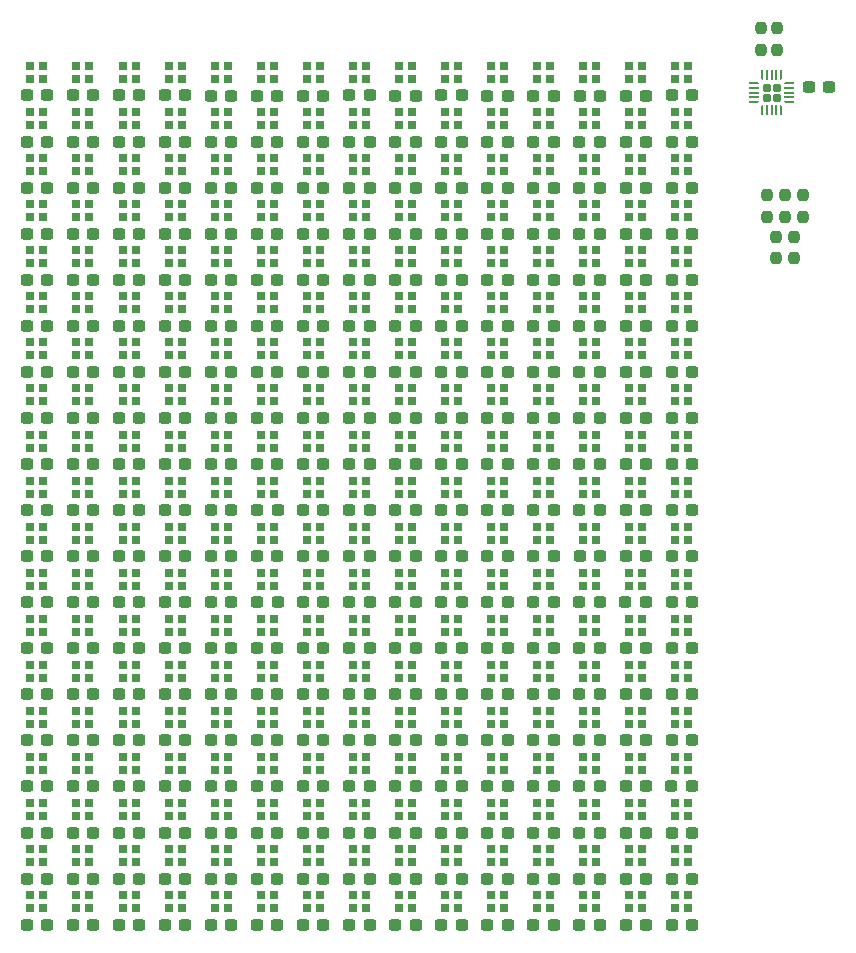
<source format=gbr>
%TF.GenerationSoftware,KiCad,Pcbnew,7.0.9*%
%TF.CreationDate,2023-12-19T13:26:28+01:00*%
%TF.ProjectId,flexAddressLedsV2,666c6578-4164-4647-9265-73734c656473,rev?*%
%TF.SameCoordinates,Original*%
%TF.FileFunction,Paste,Top*%
%TF.FilePolarity,Positive*%
%FSLAX46Y46*%
G04 Gerber Fmt 4.6, Leading zero omitted, Abs format (unit mm)*
G04 Created by KiCad (PCBNEW 7.0.9) date 2023-12-19 13:26:28*
%MOMM*%
%LPD*%
G01*
G04 APERTURE LIST*
G04 Aperture macros list*
%AMRoundRect*
0 Rectangle with rounded corners*
0 $1 Rounding radius*
0 $2 $3 $4 $5 $6 $7 $8 $9 X,Y pos of 4 corners*
0 Add a 4 corners polygon primitive as box body*
4,1,4,$2,$3,$4,$5,$6,$7,$8,$9,$2,$3,0*
0 Add four circle primitives for the rounded corners*
1,1,$1+$1,$2,$3*
1,1,$1+$1,$4,$5*
1,1,$1+$1,$6,$7*
1,1,$1+$1,$8,$9*
0 Add four rect primitives between the rounded corners*
20,1,$1+$1,$2,$3,$4,$5,0*
20,1,$1+$1,$4,$5,$6,$7,0*
20,1,$1+$1,$6,$7,$8,$9,0*
20,1,$1+$1,$8,$9,$2,$3,0*%
%AMFreePoly0*
4,1,14,0.334644,0.085355,0.385355,0.034644,0.400000,-0.000711,0.400000,-0.050000,0.385355,-0.085355,0.350000,-0.100000,-0.350000,-0.100000,-0.385355,-0.085355,-0.400000,-0.050000,-0.400000,0.050000,-0.385355,0.085355,-0.350000,0.100000,0.299289,0.100000,0.334644,0.085355,0.334644,0.085355,$1*%
%AMFreePoly1*
4,1,14,0.385355,0.085355,0.400000,0.050000,0.400000,0.000711,0.385355,-0.034644,0.334644,-0.085355,0.299289,-0.100000,-0.350000,-0.100000,-0.385355,-0.085355,-0.400000,-0.050000,-0.400000,0.050000,-0.385355,0.085355,-0.350000,0.100000,0.350000,0.100000,0.385355,0.085355,0.385355,0.085355,$1*%
%AMFreePoly2*
4,1,14,0.085355,0.385355,0.100000,0.350000,0.100000,-0.350000,0.085355,-0.385355,0.050000,-0.400000,-0.050000,-0.400000,-0.085355,-0.385355,-0.100000,-0.350000,-0.100000,0.299289,-0.085355,0.334644,-0.034644,0.385355,0.000711,0.400000,0.050000,0.400000,0.085355,0.385355,0.085355,0.385355,$1*%
%AMFreePoly3*
4,1,14,0.034644,0.385355,0.085355,0.334644,0.100000,0.299289,0.100000,-0.350000,0.085355,-0.385355,0.050000,-0.400000,-0.050000,-0.400000,-0.085355,-0.385355,-0.100000,-0.350000,-0.100000,0.350000,-0.085355,0.385355,-0.050000,0.400000,-0.000711,0.400000,0.034644,0.385355,0.034644,0.385355,$1*%
%AMFreePoly4*
4,1,14,0.385355,0.085355,0.400000,0.050000,0.400000,-0.050000,0.385355,-0.085355,0.350000,-0.100000,-0.299289,-0.100000,-0.334644,-0.085355,-0.385355,-0.034644,-0.400000,0.000711,-0.400000,0.050000,-0.385355,0.085355,-0.350000,0.100000,0.350000,0.100000,0.385355,0.085355,0.385355,0.085355,$1*%
%AMFreePoly5*
4,1,14,0.385355,0.085355,0.400000,0.050000,0.400000,-0.050000,0.385355,-0.085355,0.350000,-0.100000,-0.350000,-0.100000,-0.385355,-0.085355,-0.400000,-0.050000,-0.400000,-0.000711,-0.385355,0.034644,-0.334644,0.085355,-0.299289,0.100000,0.350000,0.100000,0.385355,0.085355,0.385355,0.085355,$1*%
%AMFreePoly6*
4,1,14,0.085355,0.385355,0.100000,0.350000,0.100000,-0.299289,0.085355,-0.334644,0.034644,-0.385355,-0.000711,-0.400000,-0.050000,-0.400000,-0.085355,-0.385355,-0.100000,-0.350000,-0.100000,0.350000,-0.085355,0.385355,-0.050000,0.400000,0.050000,0.400000,0.085355,0.385355,0.085355,0.385355,$1*%
%AMFreePoly7*
4,1,14,0.085355,0.385355,0.100000,0.350000,0.100000,-0.350000,0.085355,-0.385355,0.050000,-0.400000,0.000711,-0.400000,-0.034644,-0.385355,-0.085355,-0.334644,-0.100000,-0.299289,-0.100000,0.350000,-0.085355,0.385355,-0.050000,0.400000,0.050000,0.400000,0.085355,0.385355,0.085355,0.385355,$1*%
G04 Aperture macros list end*
%ADD10R,0.700000X0.700000*%
%ADD11RoundRect,0.237500X-0.300000X-0.237500X0.300000X-0.237500X0.300000X0.237500X-0.300000X0.237500X0*%
%ADD12RoundRect,0.237500X-0.237500X0.250000X-0.237500X-0.250000X0.237500X-0.250000X0.237500X0.250000X0*%
%ADD13RoundRect,0.237500X0.300000X0.237500X-0.300000X0.237500X-0.300000X-0.237500X0.300000X-0.237500X0*%
%ADD14RoundRect,0.237500X0.237500X-0.250000X0.237500X0.250000X-0.237500X0.250000X-0.237500X-0.250000X0*%
%ADD15RoundRect,0.172500X0.172500X-0.172500X0.172500X0.172500X-0.172500X0.172500X-0.172500X-0.172500X0*%
%ADD16FreePoly0,90.000000*%
%ADD17RoundRect,0.050000X0.050000X-0.350000X0.050000X0.350000X-0.050000X0.350000X-0.050000X-0.350000X0*%
%ADD18FreePoly1,90.000000*%
%ADD19FreePoly2,90.000000*%
%ADD20RoundRect,0.050000X0.350000X-0.050000X0.350000X0.050000X-0.350000X0.050000X-0.350000X-0.050000X0*%
%ADD21FreePoly3,90.000000*%
%ADD22FreePoly4,90.000000*%
%ADD23FreePoly5,90.000000*%
%ADD24FreePoly6,90.000000*%
%ADD25FreePoly7,90.000000*%
G04 APERTURE END LIST*
D10*
%TO.C,U261*%
X134825000Y-133350000D03*
X134825000Y-134450000D03*
X133725000Y-134450000D03*
X133725000Y-133350000D03*
%TD*%
D11*
%TO.C,C33*%
X121712500Y-77350000D03*
X123437500Y-77350000D03*
%TD*%
%TO.C,C166*%
X113912500Y-112450000D03*
X115637500Y-112450000D03*
%TD*%
D10*
%TO.C,U66*%
X134825000Y-82650000D03*
X134825000Y-83750000D03*
X133725000Y-83750000D03*
X133725000Y-82650000D03*
%TD*%
D11*
%TO.C,C115*%
X149012500Y-96850000D03*
X150737500Y-96850000D03*
%TD*%
D10*
%TO.C,U106*%
X115325000Y-94350000D03*
X115325000Y-95450000D03*
X114225000Y-95450000D03*
X114225000Y-94350000D03*
%TD*%
D11*
%TO.C,C210*%
X168512500Y-120250000D03*
X170237500Y-120250000D03*
%TD*%
D10*
%TO.C,U4*%
X127025000Y-67050000D03*
X127025000Y-68150000D03*
X125925000Y-68150000D03*
X125925000Y-67050000D03*
%TD*%
%TO.C,U84*%
X146525000Y-86550000D03*
X146525000Y-87650000D03*
X145425000Y-87650000D03*
X145425000Y-86550000D03*
%TD*%
D11*
%TO.C,C214*%
X125612500Y-124150000D03*
X127337500Y-124150000D03*
%TD*%
%TO.C,C207*%
X156812500Y-120250000D03*
X158537500Y-120250000D03*
%TD*%
D10*
%TO.C,U225*%
X169925000Y-121650000D03*
X169925000Y-122750000D03*
X168825000Y-122750000D03*
X168825000Y-121650000D03*
%TD*%
%TO.C,U156*%
X134825000Y-106050000D03*
X134825000Y-107150000D03*
X133725000Y-107150000D03*
X133725000Y-106050000D03*
%TD*%
%TO.C,U94*%
X127025000Y-90450000D03*
X127025000Y-91550000D03*
X125925000Y-91550000D03*
X125925000Y-90450000D03*
%TD*%
D11*
%TO.C,C96*%
X133412500Y-92950000D03*
X135137500Y-92950000D03*
%TD*%
%TO.C,C187*%
X137312500Y-116350000D03*
X139037500Y-116350000D03*
%TD*%
D10*
%TO.C,U71*%
X154325000Y-82650000D03*
X154325000Y-83750000D03*
X153225000Y-83750000D03*
X153225000Y-82650000D03*
%TD*%
%TO.C,U217*%
X138725000Y-121650000D03*
X138725000Y-122750000D03*
X137625000Y-122750000D03*
X137625000Y-121650000D03*
%TD*%
%TO.C,U83*%
X142625000Y-86550000D03*
X142625000Y-87650000D03*
X141525000Y-87650000D03*
X141525000Y-86550000D03*
%TD*%
%TO.C,U280*%
X150425000Y-137250000D03*
X150425000Y-138350000D03*
X149325000Y-138350000D03*
X149325000Y-137250000D03*
%TD*%
%TO.C,U206*%
X154325000Y-117750000D03*
X154325000Y-118850000D03*
X153225000Y-118850000D03*
X153225000Y-117750000D03*
%TD*%
D11*
%TO.C,C195*%
X168512500Y-116350000D03*
X170237500Y-116350000D03*
%TD*%
D10*
%TO.C,U197*%
X119225000Y-117750000D03*
X119225000Y-118850000D03*
X118125000Y-118850000D03*
X118125000Y-117750000D03*
%TD*%
D11*
%TO.C,C43*%
X160712500Y-77350000D03*
X162437500Y-77350000D03*
%TD*%
D10*
%TO.C,U269*%
X166024999Y-133350000D03*
X166024999Y-134450000D03*
X164924999Y-134450000D03*
X164924999Y-133350000D03*
%TD*%
D11*
%TO.C,C130*%
X149012500Y-100750000D03*
X150737500Y-100750000D03*
%TD*%
%TO.C,C159*%
X145112500Y-108550000D03*
X146837500Y-108550000D03*
%TD*%
D10*
%TO.C,U191*%
X154325000Y-113850000D03*
X154325000Y-114950000D03*
X153225000Y-114950000D03*
X153225000Y-113850000D03*
%TD*%
D11*
%TO.C,C53*%
X141212500Y-81250000D03*
X142937500Y-81250000D03*
%TD*%
D10*
%TO.C,U172*%
X138725000Y-109950000D03*
X138725000Y-111050000D03*
X137625000Y-111050000D03*
X137625000Y-109950000D03*
%TD*%
%TO.C,U29*%
X166025000Y-70950000D03*
X166025000Y-72050000D03*
X164925000Y-72050000D03*
X164925000Y-70950000D03*
%TD*%
D11*
%TO.C,C223*%
X160712500Y-124150000D03*
X162437500Y-124150000D03*
%TD*%
D10*
%TO.C,U258*%
X123125000Y-133350000D03*
X123125000Y-134450000D03*
X122025000Y-134450000D03*
X122025000Y-133350000D03*
%TD*%
%TO.C,U224*%
X166024999Y-121650000D03*
X166024999Y-122750000D03*
X164924999Y-122750000D03*
X164924999Y-121650000D03*
%TD*%
%TO.C,U227*%
X119225000Y-125550000D03*
X119225000Y-126650000D03*
X118125000Y-126650000D03*
X118125000Y-125550000D03*
%TD*%
%TO.C,U136*%
X115325000Y-102150000D03*
X115325000Y-103250000D03*
X114225000Y-103250000D03*
X114225000Y-102150000D03*
%TD*%
D11*
%TO.C,C38*%
X141212500Y-77350000D03*
X142937500Y-77350000D03*
%TD*%
D10*
%TO.C,U260*%
X130925000Y-133350000D03*
X130925000Y-134450000D03*
X129825000Y-134450000D03*
X129825000Y-133350000D03*
%TD*%
D11*
%TO.C,C55*%
X149012500Y-81250000D03*
X150737500Y-81250000D03*
%TD*%
D10*
%TO.C,U281*%
X154325000Y-137250000D03*
X154325000Y-138350000D03*
X153225000Y-138350000D03*
X153225000Y-137250000D03*
%TD*%
D11*
%TO.C,C144*%
X145112500Y-104650000D03*
X146837500Y-104650000D03*
%TD*%
%TO.C,C133*%
X160712500Y-100750000D03*
X162437500Y-100750000D03*
%TD*%
D10*
%TO.C,U21*%
X134825000Y-70950000D03*
X134825000Y-72050000D03*
X133725000Y-72050000D03*
X133725000Y-70950000D03*
%TD*%
%TO.C,U11*%
X154325000Y-67050000D03*
X154325000Y-68150000D03*
X153225000Y-68150000D03*
X153225000Y-67050000D03*
%TD*%
D11*
%TO.C,C54*%
X145112500Y-81250000D03*
X146837500Y-81250000D03*
%TD*%
D10*
%TO.C,U249*%
X146525000Y-129450000D03*
X146525000Y-130550000D03*
X145425000Y-130550000D03*
X145425000Y-129450000D03*
%TD*%
D11*
%TO.C,C32*%
X117812500Y-77350000D03*
X119537500Y-77350000D03*
%TD*%
%TO.C,C113*%
X141212500Y-96850000D03*
X142937500Y-96850000D03*
%TD*%
D10*
%TO.C,U44*%
X166025000Y-74850000D03*
X166025000Y-75950000D03*
X164925000Y-75950000D03*
X164925000Y-74850000D03*
%TD*%
D11*
%TO.C,C6*%
X133402500Y-69550000D03*
X135127500Y-69550000D03*
%TD*%
D10*
%TO.C,U192*%
X158225000Y-113850000D03*
X158225000Y-114950000D03*
X157125000Y-114950000D03*
X157125000Y-113850000D03*
%TD*%
D11*
%TO.C,C169*%
X125612500Y-112450000D03*
X127337500Y-112450000D03*
%TD*%
%TO.C,C225*%
X168512500Y-124150000D03*
X170237500Y-124150000D03*
%TD*%
%TO.C,C161*%
X152912500Y-108550000D03*
X154637500Y-108550000D03*
%TD*%
D10*
%TO.C,U268*%
X162125000Y-133350000D03*
X162125000Y-134450000D03*
X161025000Y-134450000D03*
X161025000Y-133350000D03*
%TD*%
D11*
%TO.C,C240*%
X168487500Y-128050000D03*
X170212500Y-128050000D03*
%TD*%
D10*
%TO.C,U117*%
X158225000Y-94350000D03*
X158225000Y-95450000D03*
X157125000Y-95450000D03*
X157125000Y-94350000D03*
%TD*%
%TO.C,U77*%
X119225000Y-86550000D03*
X119225000Y-87650000D03*
X118125000Y-87650000D03*
X118125000Y-86550000D03*
%TD*%
%TO.C,U179*%
X166024999Y-109950000D03*
X166024999Y-111050000D03*
X164924999Y-111050000D03*
X164924999Y-109950000D03*
%TD*%
%TO.C,U251*%
X154325000Y-129450000D03*
X154325000Y-130550000D03*
X153225000Y-130550000D03*
X153225000Y-129450000D03*
%TD*%
%TO.C,U143*%
X142625000Y-102150000D03*
X142625000Y-103250000D03*
X141525000Y-103250000D03*
X141525000Y-102150000D03*
%TD*%
D11*
%TO.C,C5*%
X129512500Y-69560000D03*
X131237500Y-69560000D03*
%TD*%
D10*
%TO.C,U47*%
X119225000Y-78750000D03*
X119225000Y-79850000D03*
X118125000Y-79850000D03*
X118125000Y-78750000D03*
%TD*%
%TO.C,U9*%
X146525000Y-67050000D03*
X146525000Y-68150000D03*
X145425000Y-68150000D03*
X145425000Y-67050000D03*
%TD*%
D11*
%TO.C,C216*%
X133412500Y-124150000D03*
X135137500Y-124150000D03*
%TD*%
D10*
%TO.C,U52*%
X138725000Y-78750000D03*
X138725000Y-79850000D03*
X137625000Y-79850000D03*
X137625000Y-78750000D03*
%TD*%
D11*
%TO.C,C269*%
X164612500Y-135850000D03*
X166337500Y-135850000D03*
%TD*%
D10*
%TO.C,U48*%
X123125000Y-78750000D03*
X123125000Y-79850000D03*
X122025000Y-79850000D03*
X122025000Y-78750000D03*
%TD*%
D11*
%TO.C,C24*%
X145112500Y-73450000D03*
X146837500Y-73450000D03*
%TD*%
%TO.C,C12*%
X156812500Y-69560000D03*
X158537500Y-69560000D03*
%TD*%
%TO.C,C188*%
X141212500Y-116350000D03*
X142937500Y-116350000D03*
%TD*%
%TO.C,C78*%
X121712500Y-89050000D03*
X123437500Y-89050000D03*
%TD*%
D10*
%TO.C,U12*%
X158225000Y-67050000D03*
X158225000Y-68150000D03*
X157125000Y-68150000D03*
X157125000Y-67050000D03*
%TD*%
D11*
%TO.C,C50*%
X129512500Y-81250000D03*
X131237500Y-81250000D03*
%TD*%
D10*
%TO.C,U270*%
X169925000Y-133350000D03*
X169925000Y-134450000D03*
X168825000Y-134450000D03*
X168825000Y-133350000D03*
%TD*%
D11*
%TO.C,C41*%
X152912500Y-77350000D03*
X154637500Y-77350000D03*
%TD*%
%TO.C,C260*%
X129512500Y-135850000D03*
X131237500Y-135850000D03*
%TD*%
%TO.C,C49*%
X125612500Y-81250000D03*
X127337500Y-81250000D03*
%TD*%
%TO.C,C128*%
X141212500Y-100750000D03*
X142937500Y-100750000D03*
%TD*%
D10*
%TO.C,U252*%
X158225000Y-129450000D03*
X158225000Y-130550000D03*
X157125000Y-130550000D03*
X157125000Y-129450000D03*
%TD*%
%TO.C,U187*%
X138725000Y-113850000D03*
X138725000Y-114950000D03*
X137625000Y-114950000D03*
X137625000Y-113850000D03*
%TD*%
D11*
%TO.C,C44*%
X164612500Y-77350000D03*
X166337500Y-77350000D03*
%TD*%
%TO.C,C99*%
X145112500Y-92950000D03*
X146837500Y-92950000D03*
%TD*%
%TO.C,C117*%
X156812500Y-96850000D03*
X158537500Y-96850000D03*
%TD*%
%TO.C,C56*%
X152912500Y-81250000D03*
X154637500Y-81250000D03*
%TD*%
D12*
%TO.C,R4*%
X177355000Y-81517500D03*
X177355000Y-83342500D03*
%TD*%
D11*
%TO.C,C237*%
X156812500Y-128050000D03*
X158537500Y-128050000D03*
%TD*%
D10*
%TO.C,U175*%
X150425000Y-109950000D03*
X150425000Y-111050000D03*
X149325000Y-111050000D03*
X149325000Y-109950000D03*
%TD*%
%TO.C,U234*%
X146525000Y-125550000D03*
X146525000Y-126650000D03*
X145425000Y-126650000D03*
X145425000Y-125550000D03*
%TD*%
%TO.C,U236*%
X154325000Y-125550000D03*
X154325000Y-126650000D03*
X153225000Y-126650000D03*
X153225000Y-125550000D03*
%TD*%
%TO.C,U14*%
X166025000Y-67050000D03*
X166025000Y-68150000D03*
X164925000Y-68150000D03*
X164925000Y-67050000D03*
%TD*%
%TO.C,U211*%
X115325000Y-121650000D03*
X115325000Y-122750000D03*
X114225000Y-122750000D03*
X114225000Y-121650000D03*
%TD*%
D11*
%TO.C,C165*%
X168512500Y-108550000D03*
X170237500Y-108550000D03*
%TD*%
%TO.C,C1*%
X113922500Y-69540000D03*
X115647500Y-69540000D03*
%TD*%
%TO.C,C114*%
X145112500Y-96850000D03*
X146837500Y-96850000D03*
%TD*%
%TO.C,C63*%
X121712500Y-85150000D03*
X123437500Y-85150000D03*
%TD*%
%TO.C,C180*%
X168512500Y-112450000D03*
X170237500Y-112450000D03*
%TD*%
D10*
%TO.C,U255*%
X169925000Y-129450000D03*
X169925000Y-130550000D03*
X168825000Y-130550000D03*
X168825000Y-129450000D03*
%TD*%
D11*
%TO.C,C221*%
X152912500Y-124150000D03*
X154637500Y-124150000D03*
%TD*%
D10*
%TO.C,U212*%
X119225000Y-121650000D03*
X119225000Y-122750000D03*
X118125000Y-122750000D03*
X118125000Y-121650000D03*
%TD*%
%TO.C,U5*%
X130925000Y-67050000D03*
X130925000Y-68150000D03*
X129825000Y-68150000D03*
X129825000Y-67050000D03*
%TD*%
%TO.C,U53*%
X142625000Y-78750000D03*
X142625000Y-79850000D03*
X141525000Y-79850000D03*
X141525000Y-78750000D03*
%TD*%
%TO.C,U144*%
X146525000Y-102150000D03*
X146525000Y-103250000D03*
X145425000Y-103250000D03*
X145425000Y-102150000D03*
%TD*%
%TO.C,U36*%
X134825000Y-74850000D03*
X134825000Y-75950000D03*
X133725000Y-75950000D03*
X133725000Y-74850000D03*
%TD*%
%TO.C,U129*%
X146525000Y-98250000D03*
X146525000Y-99350000D03*
X145425000Y-99350000D03*
X145425000Y-98250000D03*
%TD*%
%TO.C,U46*%
X115325000Y-78750000D03*
X115325000Y-79850000D03*
X114225000Y-79850000D03*
X114225000Y-78750000D03*
%TD*%
%TO.C,U216*%
X134825000Y-121650000D03*
X134825000Y-122750000D03*
X133725000Y-122750000D03*
X133725000Y-121650000D03*
%TD*%
D11*
%TO.C,C217*%
X137312500Y-124150000D03*
X139037500Y-124150000D03*
%TD*%
%TO.C,C57*%
X156812500Y-81250000D03*
X158537500Y-81250000D03*
%TD*%
D10*
%TO.C,U271*%
X115325000Y-137250000D03*
X115325000Y-138350000D03*
X114225000Y-138350000D03*
X114225000Y-137250000D03*
%TD*%
D11*
%TO.C,C88*%
X160712500Y-89050000D03*
X162437500Y-89050000D03*
%TD*%
%TO.C,C280*%
X149012500Y-139750000D03*
X150737500Y-139750000D03*
%TD*%
%TO.C,C17*%
X117812500Y-73450000D03*
X119537500Y-73450000D03*
%TD*%
D10*
%TO.C,U199*%
X127025000Y-117750000D03*
X127025000Y-118850000D03*
X125925000Y-118850000D03*
X125925000Y-117750000D03*
%TD*%
%TO.C,U121*%
X115325000Y-98250000D03*
X115325000Y-99350000D03*
X114225000Y-99350000D03*
X114225000Y-98250000D03*
%TD*%
D11*
%TO.C,C4*%
X125622500Y-69540000D03*
X127347500Y-69540000D03*
%TD*%
%TO.C,C192*%
X156812500Y-116350000D03*
X158537500Y-116350000D03*
%TD*%
%TO.C,C125*%
X129512500Y-100750000D03*
X131237500Y-100750000D03*
%TD*%
%TO.C,C40*%
X149012500Y-77350000D03*
X150737500Y-77350000D03*
%TD*%
D10*
%TO.C,U35*%
X130925000Y-74850000D03*
X130925000Y-75950000D03*
X129825000Y-75950000D03*
X129825000Y-74850000D03*
%TD*%
%TO.C,U214*%
X127025000Y-121650000D03*
X127025000Y-122750000D03*
X125925000Y-122750000D03*
X125925000Y-121650000D03*
%TD*%
D11*
%TO.C,C176*%
X152912500Y-112450000D03*
X154637500Y-112450000D03*
%TD*%
D10*
%TO.C,U230*%
X130925000Y-125550000D03*
X130925000Y-126650000D03*
X129825000Y-126650000D03*
X129825000Y-125550000D03*
%TD*%
D11*
%TO.C,C116*%
X152912500Y-96850000D03*
X154637500Y-96850000D03*
%TD*%
D10*
%TO.C,U124*%
X127025000Y-98250000D03*
X127025000Y-99350000D03*
X125925000Y-99350000D03*
X125925000Y-98250000D03*
%TD*%
D11*
%TO.C,C126*%
X133412500Y-100750000D03*
X135137500Y-100750000D03*
%TD*%
%TO.C,C111*%
X133412500Y-96850000D03*
X135137500Y-96850000D03*
%TD*%
D10*
%TO.C,U273*%
X123125000Y-137250000D03*
X123125000Y-138350000D03*
X122025000Y-138350000D03*
X122025000Y-137250000D03*
%TD*%
%TO.C,U277*%
X138725000Y-137250000D03*
X138725000Y-138350000D03*
X137625000Y-138350000D03*
X137625000Y-137250000D03*
%TD*%
%TO.C,U142*%
X138725000Y-102150000D03*
X138725000Y-103250000D03*
X137625000Y-103250000D03*
X137625000Y-102150000D03*
%TD*%
%TO.C,U10*%
X150425000Y-67050000D03*
X150425000Y-68150000D03*
X149325000Y-68150000D03*
X149325000Y-67050000D03*
%TD*%
D11*
%TO.C,C106*%
X113912500Y-96850000D03*
X115637500Y-96850000D03*
%TD*%
D10*
%TO.C,U147*%
X158225000Y-102150000D03*
X158225000Y-103250000D03*
X157125000Y-103250000D03*
X157125000Y-102150000D03*
%TD*%
%TO.C,U57*%
X158225000Y-78750000D03*
X158225000Y-79850000D03*
X157125000Y-79850000D03*
X157125000Y-78750000D03*
%TD*%
%TO.C,U171*%
X134825000Y-109950000D03*
X134825000Y-111050000D03*
X133725000Y-111050000D03*
X133725000Y-109950000D03*
%TD*%
%TO.C,U111*%
X134825000Y-94350000D03*
X134825000Y-95450000D03*
X133725000Y-95450000D03*
X133725000Y-94350000D03*
%TD*%
D11*
%TO.C,C82*%
X137312500Y-89050000D03*
X139037500Y-89050000D03*
%TD*%
%TO.C,C84*%
X145112500Y-89050000D03*
X146837500Y-89050000D03*
%TD*%
D10*
%TO.C,U103*%
X162125000Y-90450000D03*
X162125000Y-91550000D03*
X161025000Y-91550000D03*
X161025000Y-90450000D03*
%TD*%
%TO.C,U170*%
X130925000Y-109950000D03*
X130925000Y-111050000D03*
X129825000Y-111050000D03*
X129825000Y-109950000D03*
%TD*%
%TO.C,U17*%
X119225000Y-70950000D03*
X119225000Y-72050000D03*
X118125000Y-72050000D03*
X118125000Y-70950000D03*
%TD*%
%TO.C,U82*%
X138725000Y-86550000D03*
X138725000Y-87650000D03*
X137625000Y-87650000D03*
X137625000Y-86550000D03*
%TD*%
%TO.C,U186*%
X134825000Y-113850000D03*
X134825000Y-114950000D03*
X133725000Y-114950000D03*
X133725000Y-113850000D03*
%TD*%
%TO.C,U132*%
X158225000Y-98250000D03*
X158225000Y-99350000D03*
X157125000Y-99350000D03*
X157125000Y-98250000D03*
%TD*%
D11*
%TO.C,C168*%
X121712500Y-112450000D03*
X123437500Y-112450000D03*
%TD*%
%TO.C,C81*%
X133412500Y-89050000D03*
X135137500Y-89050000D03*
%TD*%
%TO.C,C263*%
X141212500Y-135850000D03*
X142937500Y-135850000D03*
%TD*%
D10*
%TO.C,U189*%
X146525000Y-113850000D03*
X146525000Y-114950000D03*
X145425000Y-114950000D03*
X145425000Y-113850000D03*
%TD*%
%TO.C,U145*%
X150425000Y-102150000D03*
X150425000Y-103250000D03*
X149325000Y-103250000D03*
X149325000Y-102150000D03*
%TD*%
D11*
%TO.C,C270*%
X168512500Y-135850000D03*
X170237500Y-135850000D03*
%TD*%
D10*
%TO.C,U7*%
X138725000Y-67050000D03*
X138725000Y-68150000D03*
X137625000Y-68150000D03*
X137625000Y-67050000D03*
%TD*%
%TO.C,U222*%
X158225000Y-121650000D03*
X158225000Y-122750000D03*
X157125000Y-122750000D03*
X157125000Y-121650000D03*
%TD*%
%TO.C,U59*%
X166025000Y-78750000D03*
X166025000Y-79850000D03*
X164925000Y-79850000D03*
X164925000Y-78750000D03*
%TD*%
D11*
%TO.C,C235*%
X149012500Y-128050000D03*
X150737500Y-128050000D03*
%TD*%
%TO.C,C148*%
X160712500Y-104650000D03*
X162437500Y-104650000D03*
%TD*%
%TO.C,C124*%
X125612500Y-100750000D03*
X127337500Y-100750000D03*
%TD*%
%TO.C,C222*%
X156812500Y-124150000D03*
X158537500Y-124150000D03*
%TD*%
%TO.C,C89*%
X164612500Y-89050000D03*
X166337500Y-89050000D03*
%TD*%
%TO.C,C179*%
X164587500Y-112450000D03*
X166312500Y-112450000D03*
%TD*%
%TO.C,C215*%
X129512500Y-124150000D03*
X131237500Y-124150000D03*
%TD*%
%TO.C,C256*%
X113912500Y-135850000D03*
X115637500Y-135850000D03*
%TD*%
%TO.C,C183*%
X121712500Y-116350000D03*
X123437500Y-116350000D03*
%TD*%
%TO.C,C110*%
X129512500Y-96850000D03*
X131237500Y-96850000D03*
%TD*%
%TO.C,C227*%
X117812500Y-128050000D03*
X119537500Y-128050000D03*
%TD*%
%TO.C,C232*%
X137312500Y-128050000D03*
X139037500Y-128050000D03*
%TD*%
D10*
%TO.C,U67*%
X138725000Y-82650000D03*
X138725000Y-83750000D03*
X137625000Y-83750000D03*
X137625000Y-82650000D03*
%TD*%
D11*
%TO.C,C15*%
X168512500Y-69540000D03*
X170237500Y-69540000D03*
%TD*%
D10*
%TO.C,U193*%
X162125000Y-113850000D03*
X162125000Y-114950000D03*
X161025000Y-114950000D03*
X161025000Y-113850000D03*
%TD*%
D11*
%TO.C,C59*%
X164612500Y-81250000D03*
X166337500Y-81250000D03*
%TD*%
D10*
%TO.C,U85*%
X150425000Y-86550000D03*
X150425000Y-87650000D03*
X149325000Y-87650000D03*
X149325000Y-86550000D03*
%TD*%
D11*
%TO.C,C220*%
X149012500Y-124150000D03*
X150737500Y-124150000D03*
%TD*%
%TO.C,C14*%
X164612500Y-69560000D03*
X166337500Y-69560000D03*
%TD*%
%TO.C,C275*%
X129512500Y-139750000D03*
X131237500Y-139750000D03*
%TD*%
%TO.C,C242*%
X117812500Y-131950000D03*
X119537500Y-131950000D03*
%TD*%
D10*
%TO.C,U213*%
X123125000Y-121650000D03*
X123125000Y-122750000D03*
X122025000Y-122750000D03*
X122025000Y-121650000D03*
%TD*%
D11*
%TO.C,C139*%
X125612500Y-104650000D03*
X127337500Y-104650000D03*
%TD*%
D10*
%TO.C,U15*%
X169925000Y-67050000D03*
X169925000Y-68150000D03*
X168825000Y-68150000D03*
X168825000Y-67050000D03*
%TD*%
D11*
%TO.C,C258*%
X121712500Y-135850000D03*
X123437500Y-135850000D03*
%TD*%
%TO.C,C219*%
X145112500Y-124150000D03*
X146837500Y-124150000D03*
%TD*%
%TO.C,C98*%
X141212500Y-92950000D03*
X142937500Y-92950000D03*
%TD*%
%TO.C,C271*%
X113912500Y-139750000D03*
X115637500Y-139750000D03*
%TD*%
%TO.C,C267*%
X156812500Y-135850000D03*
X158537500Y-135850000D03*
%TD*%
%TO.C,C95*%
X129512500Y-92950000D03*
X131237500Y-92950000D03*
%TD*%
D10*
%TO.C,U195*%
X169925000Y-113850000D03*
X169925000Y-114950000D03*
X168825000Y-114950000D03*
X168825000Y-113850000D03*
%TD*%
D11*
%TO.C,C146*%
X152912500Y-104650000D03*
X154637500Y-104650000D03*
%TD*%
D10*
%TO.C,U207*%
X158225000Y-117750000D03*
X158225000Y-118850000D03*
X157125000Y-118850000D03*
X157125000Y-117750000D03*
%TD*%
D11*
%TO.C,C74*%
X164612500Y-85150000D03*
X166337500Y-85150000D03*
%TD*%
D10*
%TO.C,U264*%
X146525000Y-133350000D03*
X146525000Y-134450000D03*
X145425000Y-134450000D03*
X145425000Y-133350000D03*
%TD*%
%TO.C,U164*%
X166024999Y-106050000D03*
X166024999Y-107150000D03*
X164924999Y-107150000D03*
X164924999Y-106050000D03*
%TD*%
D11*
%TO.C,C129*%
X145112500Y-100750000D03*
X146837500Y-100750000D03*
%TD*%
D10*
%TO.C,U238*%
X162125000Y-125550000D03*
X162125000Y-126650000D03*
X161025000Y-126650000D03*
X161025000Y-125550000D03*
%TD*%
D11*
%TO.C,C107*%
X117812500Y-96825000D03*
X119537500Y-96825000D03*
%TD*%
D10*
%TO.C,U39*%
X146525000Y-74850000D03*
X146525000Y-75950000D03*
X145425000Y-75950000D03*
X145425000Y-74850000D03*
%TD*%
D11*
%TO.C,C264*%
X145112500Y-135850000D03*
X146837500Y-135850000D03*
%TD*%
D10*
%TO.C,U118*%
X162125000Y-94350000D03*
X162125000Y-95450000D03*
X161025000Y-95450000D03*
X161025000Y-94350000D03*
%TD*%
%TO.C,U168*%
X123125000Y-109950000D03*
X123125000Y-111050000D03*
X122025000Y-111050000D03*
X122025000Y-109950000D03*
%TD*%
D11*
%TO.C,C157*%
X137312500Y-108550000D03*
X139037500Y-108550000D03*
%TD*%
D10*
%TO.C,U155*%
X130925000Y-106050000D03*
X130925000Y-107150000D03*
X129825000Y-107150000D03*
X129825000Y-106050000D03*
%TD*%
%TO.C,U149*%
X166025000Y-102150000D03*
X166025000Y-103250000D03*
X164925000Y-103250000D03*
X164925000Y-102150000D03*
%TD*%
%TO.C,U112*%
X138725000Y-94350000D03*
X138725000Y-95450000D03*
X137625000Y-95450000D03*
X137625000Y-94350000D03*
%TD*%
D11*
%TO.C,C147*%
X156812500Y-104650000D03*
X158537500Y-104650000D03*
%TD*%
D10*
%TO.C,U259*%
X127025000Y-133350000D03*
X127025000Y-134450000D03*
X125925000Y-134450000D03*
X125925000Y-133350000D03*
%TD*%
%TO.C,U188*%
X142625000Y-113850000D03*
X142625000Y-114950000D03*
X141525000Y-114950000D03*
X141525000Y-113850000D03*
%TD*%
D11*
%TO.C,C135*%
X168512500Y-100750000D03*
X170237500Y-100750000D03*
%TD*%
%TO.C,C23*%
X141212500Y-73450000D03*
X142937500Y-73450000D03*
%TD*%
D10*
%TO.C,U246*%
X134825000Y-129450000D03*
X134825000Y-130550000D03*
X133725000Y-130550000D03*
X133725000Y-129450000D03*
%TD*%
D11*
%TO.C,C200*%
X129512500Y-120250000D03*
X131237500Y-120250000D03*
%TD*%
D10*
%TO.C,U282*%
X158225000Y-137250000D03*
X158225000Y-138350000D03*
X157125000Y-138350000D03*
X157125000Y-137250000D03*
%TD*%
%TO.C,U176*%
X154325000Y-109950000D03*
X154325000Y-111050000D03*
X153225000Y-111050000D03*
X153225000Y-109950000D03*
%TD*%
D11*
%TO.C,C118*%
X160712500Y-96850000D03*
X162437500Y-96850000D03*
%TD*%
D10*
%TO.C,U182*%
X119225000Y-113850000D03*
X119225000Y-114950000D03*
X118125000Y-114950000D03*
X118125000Y-113850000D03*
%TD*%
D11*
%TO.C,C201*%
X133412500Y-120250000D03*
X135137500Y-120250000D03*
%TD*%
D10*
%TO.C,U69*%
X146525000Y-82650000D03*
X146525000Y-83750000D03*
X145425000Y-83750000D03*
X145425000Y-82650000D03*
%TD*%
%TO.C,U226*%
X115325000Y-125550000D03*
X115325000Y-126650000D03*
X114225000Y-126650000D03*
X114225000Y-125550000D03*
%TD*%
%TO.C,U28*%
X162125000Y-70950000D03*
X162125000Y-72050000D03*
X161025000Y-72050000D03*
X161025000Y-70950000D03*
%TD*%
D11*
%TO.C,C91*%
X113912500Y-92950000D03*
X115637500Y-92950000D03*
%TD*%
%TO.C,C90*%
X168512500Y-89050000D03*
X170237500Y-89050000D03*
%TD*%
D10*
%TO.C,U104*%
X166025000Y-90450000D03*
X166025000Y-91550000D03*
X164925000Y-91550000D03*
X164925000Y-90450000D03*
%TD*%
D11*
%TO.C,C138*%
X121712500Y-104650000D03*
X123437500Y-104650000D03*
%TD*%
D10*
%TO.C,U16*%
X115325000Y-70950000D03*
X115325000Y-72050000D03*
X114225000Y-72050000D03*
X114225000Y-70950000D03*
%TD*%
D11*
%TO.C,C25*%
X149012500Y-73450000D03*
X150737500Y-73450000D03*
%TD*%
%TO.C,C85*%
X149012500Y-89050000D03*
X150737500Y-89050000D03*
%TD*%
%TO.C,C163*%
X160737500Y-108550000D03*
X162462500Y-108550000D03*
%TD*%
%TO.C,C236*%
X152912500Y-128050000D03*
X154637500Y-128050000D03*
%TD*%
%TO.C,C79*%
X125612500Y-89050000D03*
X127337500Y-89050000D03*
%TD*%
%TO.C,C272*%
X117812500Y-139750000D03*
X119537500Y-139750000D03*
%TD*%
D10*
%TO.C,U174*%
X146525000Y-109950000D03*
X146525000Y-111050000D03*
X145425000Y-111050000D03*
X145425000Y-109950000D03*
%TD*%
D11*
%TO.C,C10*%
X149022500Y-69540000D03*
X150747500Y-69540000D03*
%TD*%
%TO.C,C194*%
X164612500Y-116350000D03*
X166337500Y-116350000D03*
%TD*%
%TO.C,C284*%
X164612500Y-139750000D03*
X166337500Y-139750000D03*
%TD*%
%TO.C,C155*%
X129512500Y-108550000D03*
X131237500Y-108550000D03*
%TD*%
D10*
%TO.C,U2*%
X119225000Y-67050000D03*
X119225000Y-68150000D03*
X118125000Y-68150000D03*
X118125000Y-67050000D03*
%TD*%
%TO.C,U202*%
X138725000Y-117750000D03*
X138725000Y-118850000D03*
X137625000Y-118850000D03*
X137625000Y-117750000D03*
%TD*%
D11*
%TO.C,C212*%
X117812500Y-124150000D03*
X119537500Y-124150000D03*
%TD*%
D10*
%TO.C,U233*%
X142625000Y-125550000D03*
X142625000Y-126650000D03*
X141525000Y-126650000D03*
X141525000Y-125550000D03*
%TD*%
D11*
%TO.C,C151*%
X113912500Y-108550000D03*
X115637500Y-108550000D03*
%TD*%
D10*
%TO.C,U190*%
X150425000Y-113850000D03*
X150425000Y-114950000D03*
X149325000Y-114950000D03*
X149325000Y-113850000D03*
%TD*%
D11*
%TO.C,C3*%
X121712500Y-69530000D03*
X123437500Y-69530000D03*
%TD*%
%TO.C,C19*%
X125612500Y-73450000D03*
X127337500Y-73450000D03*
%TD*%
%TO.C,C39*%
X145112500Y-77350000D03*
X146837500Y-77350000D03*
%TD*%
D12*
%TO.C,R7*%
X179615000Y-78010000D03*
X179615000Y-79835000D03*
%TD*%
D11*
%TO.C,C252*%
X156812500Y-131950000D03*
X158537500Y-131950000D03*
%TD*%
%TO.C,C279*%
X145112500Y-139750000D03*
X146837500Y-139750000D03*
%TD*%
D10*
%TO.C,U275*%
X130925000Y-137250000D03*
X130925000Y-138350000D03*
X129825000Y-138350000D03*
X129825000Y-137250000D03*
%TD*%
%TO.C,U20*%
X130925000Y-70950000D03*
X130925000Y-72050000D03*
X129825000Y-72050000D03*
X129825000Y-70950000D03*
%TD*%
%TO.C,U34*%
X127025000Y-74850000D03*
X127025000Y-75950000D03*
X125925000Y-75950000D03*
X125925000Y-74850000D03*
%TD*%
%TO.C,U201*%
X134825000Y-117750000D03*
X134825000Y-118850000D03*
X133725000Y-118850000D03*
X133725000Y-117750000D03*
%TD*%
%TO.C,U160*%
X150425000Y-106050000D03*
X150425000Y-107150000D03*
X149325000Y-107150000D03*
X149325000Y-106050000D03*
%TD*%
D11*
%TO.C,C121*%
X113912500Y-100750000D03*
X115637500Y-100750000D03*
%TD*%
%TO.C,C60*%
X168512500Y-81250000D03*
X170237500Y-81250000D03*
%TD*%
D10*
%TO.C,U248*%
X142625000Y-129450000D03*
X142625000Y-130550000D03*
X141525000Y-130550000D03*
X141525000Y-129450000D03*
%TD*%
D11*
%TO.C,C193*%
X160712500Y-116350000D03*
X162437500Y-116350000D03*
%TD*%
D10*
%TO.C,U73*%
X162125000Y-82650000D03*
X162125000Y-83750000D03*
X161025000Y-83750000D03*
X161025000Y-82650000D03*
%TD*%
%TO.C,U204*%
X146525000Y-117750000D03*
X146525000Y-118850000D03*
X145425000Y-118850000D03*
X145425000Y-117750000D03*
%TD*%
%TO.C,U32*%
X119225000Y-74850000D03*
X119225000Y-75950000D03*
X118125000Y-75950000D03*
X118125000Y-74850000D03*
%TD*%
%TO.C,U113*%
X142625000Y-94350000D03*
X142625000Y-95450000D03*
X141525000Y-95450000D03*
X141525000Y-94350000D03*
%TD*%
D11*
%TO.C,C143*%
X141212500Y-104650000D03*
X142937500Y-104650000D03*
%TD*%
D10*
%TO.C,U141*%
X134825000Y-102150000D03*
X134825000Y-103250000D03*
X133725000Y-103250000D03*
X133725000Y-102150000D03*
%TD*%
D11*
%TO.C,C170*%
X129512500Y-112450000D03*
X131237500Y-112450000D03*
%TD*%
%TO.C,C150*%
X168512500Y-104650000D03*
X170237500Y-104650000D03*
%TD*%
%TO.C,C21*%
X133412500Y-73450000D03*
X135137500Y-73450000D03*
%TD*%
%TO.C,C226*%
X113912500Y-128050000D03*
X115637500Y-128050000D03*
%TD*%
D10*
%TO.C,U283*%
X162125000Y-137250000D03*
X162125000Y-138350000D03*
X161025000Y-138350000D03*
X161025000Y-137250000D03*
%TD*%
D11*
%TO.C,C175*%
X149012500Y-112450000D03*
X150737500Y-112450000D03*
%TD*%
D10*
%TO.C,U109*%
X127025000Y-94350000D03*
X127025000Y-95450000D03*
X125925000Y-95450000D03*
X125925000Y-94350000D03*
%TD*%
D11*
%TO.C,C184*%
X125612500Y-116350000D03*
X127337500Y-116350000D03*
%TD*%
%TO.C,C13*%
X160722500Y-69560000D03*
X162447500Y-69560000D03*
%TD*%
%TO.C,C257*%
X117812500Y-135850000D03*
X119537500Y-135850000D03*
%TD*%
D10*
%TO.C,U125*%
X130925000Y-98250000D03*
X130925000Y-99350000D03*
X129825000Y-99350000D03*
X129825000Y-98250000D03*
%TD*%
D11*
%TO.C,C77*%
X117812500Y-89050000D03*
X119537500Y-89050000D03*
%TD*%
%TO.C,C171*%
X133437500Y-112450000D03*
X135162500Y-112450000D03*
%TD*%
%TO.C,C229*%
X125612500Y-128050000D03*
X127337500Y-128050000D03*
%TD*%
D10*
%TO.C,U165*%
X169925000Y-106050000D03*
X169925000Y-107150000D03*
X168825000Y-107150000D03*
X168825000Y-106050000D03*
%TD*%
%TO.C,U151*%
X115325000Y-106050000D03*
X115325000Y-107150000D03*
X114225000Y-107150000D03*
X114225000Y-106050000D03*
%TD*%
%TO.C,U178*%
X162125000Y-109950000D03*
X162125000Y-111050000D03*
X161025000Y-111050000D03*
X161025000Y-109950000D03*
%TD*%
D11*
%TO.C,C206*%
X152912500Y-120250000D03*
X154637500Y-120250000D03*
%TD*%
%TO.C,C197*%
X117812500Y-120250000D03*
X119537500Y-120250000D03*
%TD*%
%TO.C,C255*%
X168512500Y-131950000D03*
X170237500Y-131950000D03*
%TD*%
%TO.C,C132*%
X156812500Y-100750000D03*
X158537500Y-100750000D03*
%TD*%
%TO.C,C87*%
X156812500Y-89050000D03*
X158537500Y-89050000D03*
%TD*%
%TO.C,C152*%
X117812500Y-108550000D03*
X119537500Y-108550000D03*
%TD*%
%TO.C,C137*%
X117812500Y-104650000D03*
X119537500Y-104650000D03*
%TD*%
D10*
%TO.C,U93*%
X123125000Y-90450000D03*
X123125000Y-91550000D03*
X122025000Y-91550000D03*
X122025000Y-90450000D03*
%TD*%
%TO.C,U157*%
X138725000Y-106050000D03*
X138725000Y-107150000D03*
X137625000Y-107150000D03*
X137625000Y-106050000D03*
%TD*%
D11*
%TO.C,C94*%
X125612500Y-92950000D03*
X127337500Y-92950000D03*
%TD*%
%TO.C,C277*%
X137312500Y-139750000D03*
X139037500Y-139750000D03*
%TD*%
%TO.C,C191*%
X152912500Y-116350000D03*
X154637500Y-116350000D03*
%TD*%
%TO.C,C92*%
X117812500Y-92950000D03*
X119537500Y-92950000D03*
%TD*%
D10*
%TO.C,U19*%
X127025000Y-70950000D03*
X127025000Y-72050000D03*
X125925000Y-72050000D03*
X125925000Y-70950000D03*
%TD*%
D11*
%TO.C,C16*%
X113912500Y-73450000D03*
X115637500Y-73450000D03*
%TD*%
D10*
%TO.C,U208*%
X162125000Y-117750000D03*
X162125000Y-118850000D03*
X161025000Y-118850000D03*
X161025000Y-117750000D03*
%TD*%
%TO.C,U13*%
X162125000Y-67050000D03*
X162125000Y-68150000D03*
X161025000Y-68150000D03*
X161025000Y-67050000D03*
%TD*%
D11*
%TO.C,C251*%
X152912500Y-131950000D03*
X154637500Y-131950000D03*
%TD*%
D10*
%TO.C,U184*%
X127025000Y-113850000D03*
X127025000Y-114950000D03*
X125925000Y-114950000D03*
X125925000Y-113850000D03*
%TD*%
%TO.C,U215*%
X130925000Y-121650000D03*
X130925000Y-122750000D03*
X129825000Y-122750000D03*
X129825000Y-121650000D03*
%TD*%
%TO.C,U122*%
X119225000Y-98250000D03*
X119225000Y-99350000D03*
X118125000Y-99350000D03*
X118125000Y-98250000D03*
%TD*%
D11*
%TO.C,C36*%
X133412500Y-77350000D03*
X135137500Y-77350000D03*
%TD*%
D10*
%TO.C,U159*%
X146525000Y-106050000D03*
X146525000Y-107150000D03*
X145425000Y-107150000D03*
X145425000Y-106050000D03*
%TD*%
D11*
%TO.C,C241*%
X113912500Y-131950000D03*
X115637500Y-131950000D03*
%TD*%
%TO.C,C205*%
X149012500Y-120250000D03*
X150737500Y-120250000D03*
%TD*%
D10*
%TO.C,U55*%
X150425000Y-78750000D03*
X150425000Y-79850000D03*
X149325000Y-79850000D03*
X149325000Y-78750000D03*
%TD*%
%TO.C,U107*%
X119225000Y-94350000D03*
X119225000Y-95450000D03*
X118125000Y-95450000D03*
X118125000Y-94350000D03*
%TD*%
%TO.C,U115*%
X150425000Y-94350000D03*
X150425000Y-95450000D03*
X149325000Y-95450000D03*
X149325000Y-94350000D03*
%TD*%
D11*
%TO.C,C7*%
X137312500Y-69550000D03*
X139037500Y-69550000D03*
%TD*%
D10*
%TO.C,U237*%
X158225000Y-125550000D03*
X158225000Y-126650000D03*
X157125000Y-126650000D03*
X157125000Y-125550000D03*
%TD*%
%TO.C,U75*%
X169925000Y-82650000D03*
X169925000Y-83750000D03*
X168825000Y-83750000D03*
X168825000Y-82650000D03*
%TD*%
%TO.C,U241*%
X115325000Y-129450000D03*
X115325000Y-130550000D03*
X114225000Y-130550000D03*
X114225000Y-129450000D03*
%TD*%
%TO.C,U31*%
X115325000Y-74850000D03*
X115325000Y-75950000D03*
X114225000Y-75950000D03*
X114225000Y-74850000D03*
%TD*%
%TO.C,U49*%
X127025000Y-78750000D03*
X127025000Y-79850000D03*
X125925000Y-79850000D03*
X125925000Y-78750000D03*
%TD*%
D11*
%TO.C,C100*%
X149012500Y-92950000D03*
X150737500Y-92950000D03*
%TD*%
%TO.C,C18*%
X121712500Y-73450000D03*
X123437500Y-73450000D03*
%TD*%
%TO.C,C164*%
X164612500Y-108550000D03*
X166337500Y-108550000D03*
%TD*%
D10*
%TO.C,U1*%
X115325000Y-67050000D03*
X115325000Y-68150000D03*
X114225000Y-68150000D03*
X114225000Y-67050000D03*
%TD*%
D11*
%TO.C,C29*%
X164612500Y-73450000D03*
X166337500Y-73450000D03*
%TD*%
D10*
%TO.C,U203*%
X142625000Y-117750000D03*
X142625000Y-118850000D03*
X141525000Y-118850000D03*
X141525000Y-117750000D03*
%TD*%
%TO.C,U88*%
X162125000Y-86550000D03*
X162125000Y-87650000D03*
X161025000Y-87650000D03*
X161025000Y-86550000D03*
%TD*%
D11*
%TO.C,C274*%
X125612500Y-139750000D03*
X127337500Y-139750000D03*
%TD*%
%TO.C,C254*%
X164612500Y-131950000D03*
X166337500Y-131950000D03*
%TD*%
%TO.C,C127*%
X137312500Y-100750000D03*
X139037500Y-100750000D03*
%TD*%
D10*
%TO.C,U276*%
X134825000Y-137250000D03*
X134825000Y-138350000D03*
X133725000Y-138350000D03*
X133725000Y-137250000D03*
%TD*%
D11*
%TO.C,C153*%
X121712500Y-108550000D03*
X123437500Y-108550000D03*
%TD*%
%TO.C,C248*%
X141212500Y-131950000D03*
X142937500Y-131950000D03*
%TD*%
%TO.C,C276*%
X133412500Y-139750000D03*
X135137500Y-139750000D03*
%TD*%
%TO.C,C230*%
X129512500Y-128050000D03*
X131237500Y-128050000D03*
%TD*%
D10*
%TO.C,U152*%
X119225000Y-106050000D03*
X119225000Y-107150000D03*
X118125000Y-107150000D03*
X118125000Y-106050000D03*
%TD*%
D11*
%TO.C,C178*%
X160712500Y-112450000D03*
X162437500Y-112450000D03*
%TD*%
%TO.C,C69*%
X145112500Y-85150000D03*
X146837500Y-85150000D03*
%TD*%
D10*
%TO.C,U60*%
X169925000Y-78750000D03*
X169925000Y-79850000D03*
X168825000Y-79850000D03*
X168825000Y-78750000D03*
%TD*%
D11*
%TO.C,C266*%
X152912500Y-135850000D03*
X154637500Y-135850000D03*
%TD*%
%TO.C,C131*%
X152912500Y-100750000D03*
X154637500Y-100750000D03*
%TD*%
%TO.C,C28*%
X160712500Y-73450000D03*
X162437500Y-73450000D03*
%TD*%
D10*
%TO.C,U218*%
X142625000Y-121650000D03*
X142625000Y-122750000D03*
X141525000Y-122750000D03*
X141525000Y-121650000D03*
%TD*%
%TO.C,U167*%
X119225000Y-109950000D03*
X119225000Y-111050000D03*
X118125000Y-111050000D03*
X118125000Y-109950000D03*
%TD*%
%TO.C,U134*%
X166025000Y-98250000D03*
X166025000Y-99350000D03*
X164925000Y-99350000D03*
X164925000Y-98250000D03*
%TD*%
D11*
%TO.C,C136*%
X113912500Y-104650000D03*
X115637500Y-104650000D03*
%TD*%
%TO.C,C8*%
X141212500Y-69540000D03*
X142937500Y-69540000D03*
%TD*%
D10*
%TO.C,U154*%
X127025000Y-106050000D03*
X127025000Y-107150000D03*
X125925000Y-107150000D03*
X125925000Y-106050000D03*
%TD*%
%TO.C,U140*%
X130925000Y-102150000D03*
X130925000Y-103250000D03*
X129825000Y-103250000D03*
X129825000Y-102150000D03*
%TD*%
%TO.C,U40*%
X150425000Y-74850000D03*
X150425000Y-75950000D03*
X149325000Y-75950000D03*
X149325000Y-74850000D03*
%TD*%
D11*
%TO.C,C213*%
X121712500Y-124150000D03*
X123437500Y-124150000D03*
%TD*%
%TO.C,C47*%
X117812500Y-81250000D03*
X119537500Y-81250000D03*
%TD*%
D10*
%TO.C,U30*%
X169925000Y-70950000D03*
X169925000Y-72050000D03*
X168825000Y-72050000D03*
X168825000Y-70950000D03*
%TD*%
D11*
%TO.C,C45*%
X168512500Y-77350000D03*
X170237500Y-77350000D03*
%TD*%
%TO.C,C173*%
X141212500Y-112450000D03*
X142937500Y-112450000D03*
%TD*%
%TO.C,C103*%
X160712500Y-92950000D03*
X162437500Y-92950000D03*
%TD*%
D10*
%TO.C,U209*%
X166024999Y-117750000D03*
X166024999Y-118850000D03*
X164924999Y-118850000D03*
X164924999Y-117750000D03*
%TD*%
D11*
%TO.C,C102*%
X156812500Y-92950000D03*
X158537500Y-92950000D03*
%TD*%
D10*
%TO.C,U43*%
X162125000Y-74850000D03*
X162125000Y-75950000D03*
X161025000Y-75950000D03*
X161025000Y-74850000D03*
%TD*%
%TO.C,U25*%
X150425000Y-70950000D03*
X150425000Y-72050000D03*
X149325000Y-72050000D03*
X149325000Y-70950000D03*
%TD*%
%TO.C,U173*%
X142625000Y-109950000D03*
X142625000Y-111050000D03*
X141525000Y-111050000D03*
X141525000Y-109950000D03*
%TD*%
%TO.C,U127*%
X138725000Y-98250000D03*
X138725000Y-99350000D03*
X137625000Y-99350000D03*
X137625000Y-98250000D03*
%TD*%
%TO.C,U220*%
X150425000Y-121650000D03*
X150425000Y-122750000D03*
X149325000Y-122750000D03*
X149325000Y-121650000D03*
%TD*%
D11*
%TO.C,C228*%
X121712500Y-128050000D03*
X123437500Y-128050000D03*
%TD*%
D10*
%TO.C,U79*%
X127025000Y-86550000D03*
X127025000Y-87650000D03*
X125925000Y-87650000D03*
X125925000Y-86550000D03*
%TD*%
D11*
%TO.C,C211*%
X113912500Y-124150000D03*
X115637500Y-124150000D03*
%TD*%
D13*
%TO.C,C286*%
X181837500Y-68850000D03*
X180112500Y-68850000D03*
%TD*%
D10*
%TO.C,U177*%
X158225000Y-109950000D03*
X158225000Y-111050000D03*
X157125000Y-111050000D03*
X157125000Y-109950000D03*
%TD*%
%TO.C,U80*%
X130925000Y-86550000D03*
X130925000Y-87650000D03*
X129825000Y-87650000D03*
X129825000Y-86550000D03*
%TD*%
D11*
%TO.C,C27*%
X156812500Y-73450000D03*
X158537500Y-73450000D03*
%TD*%
D10*
%TO.C,U100*%
X150425000Y-90450000D03*
X150425000Y-91550000D03*
X149325000Y-91550000D03*
X149325000Y-90450000D03*
%TD*%
%TO.C,U232*%
X138725000Y-125550000D03*
X138725000Y-126650000D03*
X137625000Y-126650000D03*
X137625000Y-125550000D03*
%TD*%
D11*
%TO.C,C105*%
X168512500Y-92975000D03*
X170237500Y-92975000D03*
%TD*%
D10*
%TO.C,U123*%
X123125000Y-98250000D03*
X123125000Y-99350000D03*
X122025000Y-99350000D03*
X122025000Y-98250000D03*
%TD*%
D11*
%TO.C,C273*%
X121712500Y-139750000D03*
X123437500Y-139750000D03*
%TD*%
%TO.C,C196*%
X113912500Y-120250000D03*
X115637500Y-120250000D03*
%TD*%
D10*
%TO.C,U244*%
X127025000Y-129450000D03*
X127025000Y-130550000D03*
X125925000Y-130550000D03*
X125925000Y-129450000D03*
%TD*%
%TO.C,U198*%
X123125000Y-117750000D03*
X123125000Y-118850000D03*
X122025000Y-118850000D03*
X122025000Y-117750000D03*
%TD*%
%TO.C,U70*%
X150425000Y-82650000D03*
X150425000Y-83750000D03*
X149325000Y-83750000D03*
X149325000Y-82650000D03*
%TD*%
%TO.C,U105*%
X169925000Y-90450000D03*
X169925000Y-91550000D03*
X168825000Y-91550000D03*
X168825000Y-90450000D03*
%TD*%
D11*
%TO.C,C224*%
X164612500Y-124150000D03*
X166337500Y-124150000D03*
%TD*%
%TO.C,C73*%
X160712500Y-85150000D03*
X162437500Y-85150000D03*
%TD*%
D10*
%TO.C,U42*%
X158225000Y-74850000D03*
X158225000Y-75950000D03*
X157125000Y-75950000D03*
X157125000Y-74850000D03*
%TD*%
D11*
%TO.C,C149*%
X164612500Y-104650000D03*
X166337500Y-104650000D03*
%TD*%
%TO.C,C61*%
X113912500Y-85150000D03*
X115637500Y-85150000D03*
%TD*%
%TO.C,C158*%
X141212500Y-108550000D03*
X142937500Y-108550000D03*
%TD*%
%TO.C,C80*%
X129512500Y-89050000D03*
X131237500Y-89050000D03*
%TD*%
%TO.C,C46*%
X113912500Y-81250000D03*
X115637500Y-81250000D03*
%TD*%
%TO.C,C75*%
X168512500Y-85150000D03*
X170237500Y-85150000D03*
%TD*%
D10*
%TO.C,U196*%
X115325000Y-117750000D03*
X115325000Y-118850000D03*
X114225000Y-118850000D03*
X114225000Y-117750000D03*
%TD*%
D11*
%TO.C,C141*%
X133437500Y-104650000D03*
X135162500Y-104650000D03*
%TD*%
D10*
%TO.C,U274*%
X127025000Y-137250000D03*
X127025000Y-138350000D03*
X125925000Y-138350000D03*
X125925000Y-137250000D03*
%TD*%
D11*
%TO.C,C97*%
X137312500Y-92950000D03*
X139037500Y-92950000D03*
%TD*%
%TO.C,C104*%
X164612500Y-92950000D03*
X166337500Y-92950000D03*
%TD*%
D10*
%TO.C,U96*%
X134825000Y-90450000D03*
X134825000Y-91550000D03*
X133725000Y-91550000D03*
X133725000Y-90450000D03*
%TD*%
%TO.C,U114*%
X146525000Y-94350000D03*
X146525000Y-95450000D03*
X145425000Y-95450000D03*
X145425000Y-94350000D03*
%TD*%
D11*
%TO.C,C22*%
X137312500Y-73450000D03*
X139037500Y-73450000D03*
%TD*%
D10*
%TO.C,U231*%
X134825000Y-125550000D03*
X134825000Y-126650000D03*
X133725000Y-126650000D03*
X133725000Y-125550000D03*
%TD*%
%TO.C,U279*%
X146525000Y-137250000D03*
X146525000Y-138350000D03*
X145425000Y-138350000D03*
X145425000Y-137250000D03*
%TD*%
%TO.C,U161*%
X154325000Y-106050000D03*
X154325000Y-107150000D03*
X153225000Y-107150000D03*
X153225000Y-106050000D03*
%TD*%
D11*
%TO.C,C123*%
X121712500Y-100750000D03*
X123437500Y-100750000D03*
%TD*%
D10*
%TO.C,U247*%
X138725000Y-129450000D03*
X138725000Y-130550000D03*
X137625000Y-130550000D03*
X137625000Y-129450000D03*
%TD*%
%TO.C,U62*%
X119225000Y-82650000D03*
X119225000Y-83750000D03*
X118125000Y-83750000D03*
X118125000Y-82650000D03*
%TD*%
D11*
%TO.C,C244*%
X125612500Y-131950000D03*
X127337500Y-131950000D03*
%TD*%
%TO.C,C250*%
X149012500Y-131950000D03*
X150737500Y-131950000D03*
%TD*%
D10*
%TO.C,U41*%
X154325000Y-74850000D03*
X154325000Y-75950000D03*
X153225000Y-75950000D03*
X153225000Y-74850000D03*
%TD*%
D11*
%TO.C,C177*%
X156812500Y-112450000D03*
X158537500Y-112450000D03*
%TD*%
%TO.C,C9*%
X145112500Y-69550000D03*
X146837500Y-69550000D03*
%TD*%
%TO.C,C265*%
X149012500Y-135850000D03*
X150737500Y-135850000D03*
%TD*%
%TO.C,C62*%
X117812500Y-85150000D03*
X119537500Y-85150000D03*
%TD*%
%TO.C,C65*%
X129512500Y-85150000D03*
X131237500Y-85150000D03*
%TD*%
D10*
%TO.C,U8*%
X142625000Y-67050000D03*
X142625000Y-68150000D03*
X141525000Y-68150000D03*
X141525000Y-67050000D03*
%TD*%
D11*
%TO.C,C120*%
X168512500Y-96850000D03*
X170237500Y-96850000D03*
%TD*%
%TO.C,C203*%
X141212500Y-120250000D03*
X142937500Y-120250000D03*
%TD*%
D10*
%TO.C,U148*%
X162125000Y-102150000D03*
X162125000Y-103250000D03*
X161025000Y-103250000D03*
X161025000Y-102150000D03*
%TD*%
%TO.C,U150*%
X169925000Y-102150000D03*
X169925000Y-103250000D03*
X168825000Y-103250000D03*
X168825000Y-102150000D03*
%TD*%
D11*
%TO.C,C189*%
X145112500Y-116350000D03*
X146837500Y-116350000D03*
%TD*%
%TO.C,C186*%
X133412500Y-116350000D03*
X135137500Y-116350000D03*
%TD*%
%TO.C,C70*%
X149012500Y-85150000D03*
X150737500Y-85150000D03*
%TD*%
D10*
%TO.C,U181*%
X115325000Y-113850000D03*
X115325000Y-114950000D03*
X114225000Y-114950000D03*
X114225000Y-113850000D03*
%TD*%
%TO.C,U267*%
X158225000Y-133350000D03*
X158225000Y-134450000D03*
X157125000Y-134450000D03*
X157125000Y-133350000D03*
%TD*%
%TO.C,U27*%
X158225000Y-70950000D03*
X158225000Y-72050000D03*
X157125000Y-72050000D03*
X157125000Y-70950000D03*
%TD*%
%TO.C,U81*%
X134825000Y-86550000D03*
X134825000Y-87650000D03*
X133725000Y-87650000D03*
X133725000Y-86550000D03*
%TD*%
D11*
%TO.C,C67*%
X137312500Y-85150000D03*
X139037500Y-85150000D03*
%TD*%
D10*
%TO.C,U278*%
X142625000Y-137250000D03*
X142625000Y-138350000D03*
X141525000Y-138350000D03*
X141525000Y-137250000D03*
%TD*%
%TO.C,U194*%
X166024999Y-113850000D03*
X166024999Y-114950000D03*
X164924999Y-114950000D03*
X164924999Y-113850000D03*
%TD*%
%TO.C,U110*%
X130925000Y-94350000D03*
X130925000Y-95450000D03*
X129825000Y-95450000D03*
X129825000Y-94350000D03*
%TD*%
%TO.C,U185*%
X130925000Y-113850000D03*
X130925000Y-114950000D03*
X129825000Y-114950000D03*
X129825000Y-113850000D03*
%TD*%
D11*
%TO.C,C190*%
X149012500Y-116350000D03*
X150737500Y-116350000D03*
%TD*%
D10*
%TO.C,U91*%
X115325000Y-90450000D03*
X115325000Y-91550000D03*
X114225000Y-91550000D03*
X114225000Y-90450000D03*
%TD*%
D11*
%TO.C,C247*%
X137312500Y-131950000D03*
X139037500Y-131950000D03*
%TD*%
D10*
%TO.C,U101*%
X154325000Y-90450000D03*
X154325000Y-91550000D03*
X153225000Y-91550000D03*
X153225000Y-90450000D03*
%TD*%
%TO.C,U146*%
X154325000Y-102150000D03*
X154325000Y-103250000D03*
X153225000Y-103250000D03*
X153225000Y-102150000D03*
%TD*%
%TO.C,U163*%
X162125000Y-106050000D03*
X162125000Y-107150000D03*
X161025000Y-107150000D03*
X161025000Y-106050000D03*
%TD*%
%TO.C,U138*%
X123125000Y-102150000D03*
X123125000Y-103250000D03*
X122025000Y-103250000D03*
X122025000Y-102150000D03*
%TD*%
D11*
%TO.C,C209*%
X164612500Y-120250000D03*
X166337500Y-120250000D03*
%TD*%
D10*
%TO.C,U22*%
X138725000Y-70950000D03*
X138725000Y-72050000D03*
X137625000Y-72050000D03*
X137625000Y-70950000D03*
%TD*%
%TO.C,U24*%
X146525000Y-70950000D03*
X146525000Y-72050000D03*
X145425000Y-72050000D03*
X145425000Y-70950000D03*
%TD*%
D11*
%TO.C,C282*%
X156812500Y-139750000D03*
X158537500Y-139750000D03*
%TD*%
D10*
%TO.C,U169*%
X127025000Y-109950000D03*
X127025000Y-111050000D03*
X125925000Y-111050000D03*
X125925000Y-109950000D03*
%TD*%
D11*
%TO.C,C278*%
X141212500Y-139750000D03*
X142937500Y-139750000D03*
%TD*%
%TO.C,C172*%
X137312500Y-112450000D03*
X139037500Y-112450000D03*
%TD*%
D10*
%TO.C,U86*%
X154325000Y-86550000D03*
X154325000Y-87650000D03*
X153225000Y-87650000D03*
X153225000Y-86550000D03*
%TD*%
D11*
%TO.C,C30*%
X168512500Y-73450000D03*
X170237500Y-73450000D03*
%TD*%
%TO.C,C182*%
X117812500Y-116350000D03*
X119537500Y-116350000D03*
%TD*%
D10*
%TO.C,U200*%
X130925000Y-117750000D03*
X130925000Y-118850000D03*
X129825000Y-118850000D03*
X129825000Y-117750000D03*
%TD*%
%TO.C,U266*%
X154325000Y-133350000D03*
X154325000Y-134450000D03*
X153225000Y-134450000D03*
X153225000Y-133350000D03*
%TD*%
%TO.C,U38*%
X142625000Y-74850000D03*
X142625000Y-75950000D03*
X141525000Y-75950000D03*
X141525000Y-74850000D03*
%TD*%
%TO.C,U229*%
X127025000Y-125550000D03*
X127025000Y-126650000D03*
X125925000Y-126650000D03*
X125925000Y-125550000D03*
%TD*%
%TO.C,U50*%
X130925000Y-78750000D03*
X130925000Y-79850000D03*
X129825000Y-79850000D03*
X129825000Y-78750000D03*
%TD*%
D11*
%TO.C,C154*%
X125612500Y-108550000D03*
X127337500Y-108550000D03*
%TD*%
D10*
%TO.C,U72*%
X158225000Y-82650000D03*
X158225000Y-83750000D03*
X157125000Y-83750000D03*
X157125000Y-82650000D03*
%TD*%
%TO.C,U180*%
X169925000Y-109950000D03*
X169925000Y-111050000D03*
X168825000Y-111050000D03*
X168825000Y-109950000D03*
%TD*%
%TO.C,U210*%
X169925000Y-117750000D03*
X169925000Y-118850000D03*
X168825000Y-118850000D03*
X168825000Y-117750000D03*
%TD*%
%TO.C,U263*%
X142625000Y-133350000D03*
X142625000Y-134450000D03*
X141525000Y-134450000D03*
X141525000Y-133350000D03*
%TD*%
D11*
%TO.C,C71*%
X152912500Y-85150000D03*
X154637500Y-85150000D03*
%TD*%
D12*
%TO.C,R3*%
X176595000Y-78010000D03*
X176595000Y-79835000D03*
%TD*%
D10*
%TO.C,U128*%
X142625000Y-98250000D03*
X142625000Y-99350000D03*
X141525000Y-99350000D03*
X141525000Y-98250000D03*
%TD*%
D11*
%TO.C,C51*%
X133412500Y-81250000D03*
X135137500Y-81250000D03*
%TD*%
%TO.C,C68*%
X141212500Y-85150000D03*
X142937500Y-85150000D03*
%TD*%
D10*
%TO.C,U54*%
X146525000Y-78750000D03*
X146525000Y-79850000D03*
X145425000Y-79850000D03*
X145425000Y-78750000D03*
%TD*%
%TO.C,U95*%
X130925000Y-90450000D03*
X130925000Y-91550000D03*
X129825000Y-91550000D03*
X129825000Y-90450000D03*
%TD*%
D11*
%TO.C,C134*%
X164612500Y-100750000D03*
X166337500Y-100750000D03*
%TD*%
%TO.C,C20*%
X129512500Y-73450000D03*
X131237500Y-73450000D03*
%TD*%
%TO.C,C48*%
X121712500Y-81250000D03*
X123437500Y-81250000D03*
%TD*%
D10*
%TO.C,U33*%
X123125000Y-74850000D03*
X123125000Y-75950000D03*
X122025000Y-75950000D03*
X122025000Y-74850000D03*
%TD*%
D11*
%TO.C,C112*%
X137312500Y-96850000D03*
X139037500Y-96850000D03*
%TD*%
%TO.C,C218*%
X141212500Y-124150000D03*
X142937500Y-124150000D03*
%TD*%
D10*
%TO.C,U87*%
X158225000Y-86550000D03*
X158225000Y-87650000D03*
X157125000Y-87650000D03*
X157125000Y-86550000D03*
%TD*%
D11*
%TO.C,C37*%
X137312500Y-77350000D03*
X139037500Y-77350000D03*
%TD*%
%TO.C,C262*%
X137312500Y-135850000D03*
X139037500Y-135850000D03*
%TD*%
%TO.C,C199*%
X125612500Y-120250000D03*
X127337500Y-120250000D03*
%TD*%
%TO.C,C101*%
X152912500Y-92950000D03*
X154637500Y-92950000D03*
%TD*%
%TO.C,C66*%
X133412500Y-85150000D03*
X135137500Y-85150000D03*
%TD*%
D10*
%TO.C,U162*%
X158225000Y-106050000D03*
X158225000Y-107150000D03*
X157125000Y-107150000D03*
X157125000Y-106050000D03*
%TD*%
D14*
%TO.C,R1*%
X176075000Y-65662500D03*
X176075000Y-63837500D03*
%TD*%
D10*
%TO.C,U102*%
X158225000Y-90450000D03*
X158225000Y-91550000D03*
X157125000Y-91550000D03*
X157125000Y-90450000D03*
%TD*%
%TO.C,U61*%
X115325000Y-82650000D03*
X115325000Y-83750000D03*
X114225000Y-83750000D03*
X114225000Y-82650000D03*
%TD*%
D11*
%TO.C,C83*%
X141212500Y-89050000D03*
X142937500Y-89050000D03*
%TD*%
%TO.C,C2*%
X117822500Y-69540000D03*
X119547500Y-69540000D03*
%TD*%
D12*
%TO.C,R6*%
X178865000Y-81517500D03*
X178865000Y-83342500D03*
%TD*%
D10*
%TO.C,U240*%
X169925000Y-125550000D03*
X169925000Y-126650000D03*
X168825000Y-126650000D03*
X168825000Y-125550000D03*
%TD*%
%TO.C,U18*%
X123125000Y-70950000D03*
X123125000Y-72050000D03*
X122025000Y-72050000D03*
X122025000Y-70950000D03*
%TD*%
%TO.C,U51*%
X134825000Y-78750000D03*
X134825000Y-79850000D03*
X133725000Y-79850000D03*
X133725000Y-78750000D03*
%TD*%
%TO.C,U90*%
X169925000Y-86550000D03*
X169925000Y-87650000D03*
X168825000Y-87650000D03*
X168825000Y-86550000D03*
%TD*%
%TO.C,U242*%
X119225000Y-129450000D03*
X119225000Y-130550000D03*
X118125000Y-130550000D03*
X118125000Y-129450000D03*
%TD*%
D11*
%TO.C,C246*%
X133412500Y-131950000D03*
X135137500Y-131950000D03*
%TD*%
D10*
%TO.C,U243*%
X123125000Y-129450000D03*
X123125000Y-130550000D03*
X122025000Y-130550000D03*
X122025000Y-129450000D03*
%TD*%
%TO.C,U265*%
X150425000Y-133350000D03*
X150425000Y-134450000D03*
X149325000Y-134450000D03*
X149325000Y-133350000D03*
%TD*%
%TO.C,U119*%
X166025000Y-94350000D03*
X166025000Y-95450000D03*
X164925000Y-95450000D03*
X164925000Y-94350000D03*
%TD*%
%TO.C,U139*%
X127025000Y-102150000D03*
X127025000Y-103250000D03*
X125925000Y-103250000D03*
X125925000Y-102150000D03*
%TD*%
D11*
%TO.C,C72*%
X156812500Y-85150000D03*
X158537500Y-85150000D03*
%TD*%
D10*
%TO.C,U133*%
X162125000Y-98250000D03*
X162125000Y-99350000D03*
X161025000Y-99350000D03*
X161025000Y-98250000D03*
%TD*%
%TO.C,U45*%
X169925000Y-74850000D03*
X169925000Y-75950000D03*
X168825000Y-75950000D03*
X168825000Y-74850000D03*
%TD*%
D11*
%TO.C,C285*%
X168512500Y-139750000D03*
X170237500Y-139750000D03*
%TD*%
%TO.C,C253*%
X160712500Y-131950000D03*
X162437500Y-131950000D03*
%TD*%
D10*
%TO.C,U63*%
X123125000Y-82650000D03*
X123125000Y-83750000D03*
X122025000Y-83750000D03*
X122025000Y-82650000D03*
%TD*%
%TO.C,U97*%
X138725000Y-90450000D03*
X138725000Y-91550000D03*
X137625000Y-91550000D03*
X137625000Y-90450000D03*
%TD*%
%TO.C,U23*%
X142625000Y-70950000D03*
X142625000Y-72050000D03*
X141525000Y-72050000D03*
X141525000Y-70950000D03*
%TD*%
D11*
%TO.C,C268*%
X160712500Y-135850000D03*
X162437500Y-135850000D03*
%TD*%
%TO.C,C198*%
X121712500Y-120250000D03*
X123437500Y-120250000D03*
%TD*%
D10*
%TO.C,U205*%
X150425000Y-117750000D03*
X150425000Y-118850000D03*
X149325000Y-118850000D03*
X149325000Y-117750000D03*
%TD*%
D11*
%TO.C,C204*%
X145112500Y-120250000D03*
X146837500Y-120250000D03*
%TD*%
%TO.C,C76*%
X113912500Y-89050000D03*
X115637500Y-89050000D03*
%TD*%
D10*
%TO.C,U219*%
X146525000Y-121650000D03*
X146525000Y-122750000D03*
X145425000Y-122750000D03*
X145425000Y-121650000D03*
%TD*%
D11*
%TO.C,C231*%
X133412500Y-128050000D03*
X135137500Y-128050000D03*
%TD*%
%TO.C,C140*%
X129512500Y-104650000D03*
X131237500Y-104650000D03*
%TD*%
%TO.C,C174*%
X145112500Y-112450000D03*
X146837500Y-112450000D03*
%TD*%
D10*
%TO.C,U26*%
X154325000Y-70950000D03*
X154325000Y-72050000D03*
X153225000Y-72050000D03*
X153225000Y-70950000D03*
%TD*%
D11*
%TO.C,C162*%
X156812500Y-108550000D03*
X158537500Y-108550000D03*
%TD*%
%TO.C,C142*%
X137312500Y-104650000D03*
X139037500Y-104650000D03*
%TD*%
%TO.C,C93*%
X121712500Y-92950000D03*
X123437500Y-92950000D03*
%TD*%
%TO.C,C243*%
X121712500Y-131950000D03*
X123437500Y-131950000D03*
%TD*%
%TO.C,C11*%
X152912500Y-69560000D03*
X154637500Y-69560000D03*
%TD*%
%TO.C,C160*%
X149012500Y-108550000D03*
X150737500Y-108550000D03*
%TD*%
D14*
%TO.C,R2*%
X177475000Y-65662500D03*
X177475000Y-63837500D03*
%TD*%
D10*
%TO.C,U116*%
X154325000Y-94350000D03*
X154325000Y-95450000D03*
X153225000Y-95450000D03*
X153225000Y-94350000D03*
%TD*%
%TO.C,U228*%
X123125000Y-125550000D03*
X123125000Y-126650000D03*
X122025000Y-126650000D03*
X122025000Y-125550000D03*
%TD*%
%TO.C,U245*%
X130925000Y-129450000D03*
X130925000Y-130550000D03*
X129825000Y-130550000D03*
X129825000Y-129450000D03*
%TD*%
D11*
%TO.C,C259*%
X125612500Y-135850000D03*
X127337500Y-135850000D03*
%TD*%
%TO.C,C249*%
X145112500Y-131975000D03*
X146837500Y-131975000D03*
%TD*%
%TO.C,C261*%
X133412500Y-135850000D03*
X135137500Y-135850000D03*
%TD*%
D10*
%TO.C,U221*%
X154325000Y-121650000D03*
X154325000Y-122750000D03*
X153225000Y-122750000D03*
X153225000Y-121650000D03*
%TD*%
D11*
%TO.C,C234*%
X145112500Y-128050000D03*
X146837500Y-128050000D03*
%TD*%
D10*
%TO.C,U256*%
X115325000Y-133350000D03*
X115325000Y-134450000D03*
X114225000Y-134450000D03*
X114225000Y-133350000D03*
%TD*%
D11*
%TO.C,C145*%
X149012500Y-104650000D03*
X150737500Y-104650000D03*
%TD*%
%TO.C,C35*%
X129512500Y-77350000D03*
X131237500Y-77350000D03*
%TD*%
%TO.C,C52*%
X137312500Y-81250000D03*
X139037500Y-81250000D03*
%TD*%
D10*
%TO.C,U137*%
X119225000Y-102150000D03*
X119225000Y-103250000D03*
X118125000Y-103250000D03*
X118125000Y-102150000D03*
%TD*%
D11*
%TO.C,C208*%
X160712500Y-120250000D03*
X162437500Y-120250000D03*
%TD*%
D10*
%TO.C,U68*%
X142625000Y-82650000D03*
X142625000Y-83750000D03*
X141525000Y-83750000D03*
X141525000Y-82650000D03*
%TD*%
D11*
%TO.C,C185*%
X129512500Y-116350000D03*
X131237500Y-116350000D03*
%TD*%
%TO.C,C156*%
X133412500Y-108550000D03*
X135137500Y-108550000D03*
%TD*%
D10*
%TO.C,U153*%
X123125000Y-106050000D03*
X123125000Y-107150000D03*
X122025000Y-107150000D03*
X122025000Y-106050000D03*
%TD*%
D11*
%TO.C,C58*%
X160712500Y-81250000D03*
X162437500Y-81250000D03*
%TD*%
%TO.C,C42*%
X156812500Y-77350000D03*
X158537500Y-77350000D03*
%TD*%
D10*
%TO.C,U76*%
X115325000Y-86550000D03*
X115325000Y-87650000D03*
X114225000Y-87650000D03*
X114225000Y-86550000D03*
%TD*%
D11*
%TO.C,C34*%
X125612500Y-77350000D03*
X127337500Y-77350000D03*
%TD*%
D15*
%TO.C,U286*%
X176550000Y-69725000D03*
X177400000Y-69725000D03*
X176550000Y-68875000D03*
X177400000Y-68875000D03*
D16*
X176175000Y-70750000D03*
D17*
X176575000Y-70750000D03*
X176975000Y-70750000D03*
X177375000Y-70750000D03*
D18*
X177775000Y-70750000D03*
D19*
X178425000Y-70100000D03*
D20*
X178425000Y-69700000D03*
X178425000Y-69300000D03*
X178425000Y-68900000D03*
D21*
X178425000Y-68500000D03*
D22*
X177775000Y-67850000D03*
D17*
X177375000Y-67850000D03*
X176975000Y-67850000D03*
X176575000Y-67850000D03*
D23*
X176175000Y-67850000D03*
D24*
X175525000Y-68500000D03*
D20*
X175525000Y-68900000D03*
X175525000Y-69300000D03*
X175525000Y-69700000D03*
D25*
X175525000Y-70100000D03*
%TD*%
D10*
%TO.C,U65*%
X130925000Y-82650000D03*
X130925000Y-83750000D03*
X129825000Y-83750000D03*
X129825000Y-82650000D03*
%TD*%
%TO.C,U108*%
X123125000Y-94350000D03*
X123125000Y-95450000D03*
X122025000Y-95450000D03*
X122025000Y-94350000D03*
%TD*%
D11*
%TO.C,C281*%
X152912500Y-139750000D03*
X154637500Y-139750000D03*
%TD*%
D10*
%TO.C,U166*%
X115325000Y-109950000D03*
X115325000Y-111050000D03*
X114225000Y-111050000D03*
X114225000Y-109950000D03*
%TD*%
D11*
%TO.C,C64*%
X125612500Y-85150000D03*
X127337500Y-85150000D03*
%TD*%
%TO.C,C167*%
X117837500Y-112450000D03*
X119562500Y-112450000D03*
%TD*%
D10*
%TO.C,U130*%
X150425000Y-98250000D03*
X150425000Y-99350000D03*
X149325000Y-99350000D03*
X149325000Y-98250000D03*
%TD*%
%TO.C,U131*%
X154325000Y-98250000D03*
X154325000Y-99350000D03*
X153225000Y-99350000D03*
X153225000Y-98250000D03*
%TD*%
%TO.C,U272*%
X119225000Y-137250000D03*
X119225000Y-138350000D03*
X118125000Y-138350000D03*
X118125000Y-137250000D03*
%TD*%
%TO.C,U257*%
X119225000Y-133350000D03*
X119225000Y-134450000D03*
X118125000Y-134450000D03*
X118125000Y-133350000D03*
%TD*%
D11*
%TO.C,C26*%
X152912500Y-73450000D03*
X154637500Y-73450000D03*
%TD*%
D10*
%TO.C,U92*%
X119225000Y-90450000D03*
X119225000Y-91550000D03*
X118125000Y-91550000D03*
X118125000Y-90450000D03*
%TD*%
%TO.C,U78*%
X123125000Y-86550000D03*
X123125000Y-87650000D03*
X122025000Y-87650000D03*
X122025000Y-86550000D03*
%TD*%
D11*
%TO.C,C122*%
X117812500Y-100750000D03*
X119537500Y-100750000D03*
%TD*%
%TO.C,C31*%
X113912500Y-77350000D03*
X115637500Y-77350000D03*
%TD*%
D10*
%TO.C,U262*%
X138725000Y-133350000D03*
X138725000Y-134450000D03*
X137625000Y-134450000D03*
X137625000Y-133350000D03*
%TD*%
%TO.C,U135*%
X169925000Y-98250000D03*
X169925000Y-99350000D03*
X168825000Y-99350000D03*
X168825000Y-98250000D03*
%TD*%
%TO.C,U98*%
X142625000Y-90450000D03*
X142625000Y-91550000D03*
X141525000Y-91550000D03*
X141525000Y-90450000D03*
%TD*%
%TO.C,U3*%
X123125000Y-67050000D03*
X123125000Y-68150000D03*
X122025000Y-68150000D03*
X122025000Y-67050000D03*
%TD*%
%TO.C,U250*%
X150425000Y-129450000D03*
X150425000Y-130550000D03*
X149325000Y-130550000D03*
X149325000Y-129450000D03*
%TD*%
D12*
%TO.C,R5*%
X178105000Y-78010000D03*
X178105000Y-79835000D03*
%TD*%
D11*
%TO.C,C86*%
X152912500Y-89050000D03*
X154637500Y-89050000D03*
%TD*%
D10*
%TO.C,U183*%
X123125000Y-113850000D03*
X123125000Y-114950000D03*
X122025000Y-114950000D03*
X122025000Y-113850000D03*
%TD*%
%TO.C,U253*%
X162125000Y-129450000D03*
X162125000Y-130550000D03*
X161025000Y-130550000D03*
X161025000Y-129450000D03*
%TD*%
%TO.C,U285*%
X169925000Y-137250000D03*
X169925000Y-138350000D03*
X168825000Y-138350000D03*
X168825000Y-137250000D03*
%TD*%
%TO.C,U239*%
X166024999Y-125550000D03*
X166024999Y-126650000D03*
X164924999Y-126650000D03*
X164924999Y-125550000D03*
%TD*%
%TO.C,U6*%
X134825000Y-67050000D03*
X134825000Y-68150000D03*
X133725000Y-68150000D03*
X133725000Y-67050000D03*
%TD*%
%TO.C,U284*%
X166024999Y-137250000D03*
X166024999Y-138350000D03*
X164924999Y-138350000D03*
X164924999Y-137250000D03*
%TD*%
D11*
%TO.C,C239*%
X164612500Y-128050000D03*
X166337500Y-128050000D03*
%TD*%
D10*
%TO.C,U120*%
X169925000Y-94350000D03*
X169925000Y-95450000D03*
X168825000Y-95450000D03*
X168825000Y-94350000D03*
%TD*%
D11*
%TO.C,C181*%
X113912500Y-116350000D03*
X115637500Y-116350000D03*
%TD*%
%TO.C,C109*%
X125612500Y-96850000D03*
X127337500Y-96850000D03*
%TD*%
D10*
%TO.C,U64*%
X127025000Y-82650000D03*
X127025000Y-83750000D03*
X125925000Y-83750000D03*
X125925000Y-82650000D03*
%TD*%
D11*
%TO.C,C202*%
X137312500Y-120250000D03*
X139037500Y-120250000D03*
%TD*%
%TO.C,C283*%
X160712500Y-139750000D03*
X162437500Y-139750000D03*
%TD*%
%TO.C,C238*%
X160712500Y-128050000D03*
X162437500Y-128050000D03*
%TD*%
D10*
%TO.C,U158*%
X142625000Y-106050000D03*
X142625000Y-107150000D03*
X141525000Y-107150000D03*
X141525000Y-106050000D03*
%TD*%
%TO.C,U58*%
X162125000Y-78750000D03*
X162125000Y-79850000D03*
X161025000Y-79850000D03*
X161025000Y-78750000D03*
%TD*%
D11*
%TO.C,C108*%
X121712500Y-96850000D03*
X123437500Y-96850000D03*
%TD*%
D10*
%TO.C,U126*%
X134825000Y-98250000D03*
X134825000Y-99350000D03*
X133725000Y-99350000D03*
X133725000Y-98250000D03*
%TD*%
%TO.C,U223*%
X162125000Y-121650000D03*
X162125000Y-122750000D03*
X161025000Y-122750000D03*
X161025000Y-121650000D03*
%TD*%
%TO.C,U99*%
X146525000Y-90450000D03*
X146525000Y-91550000D03*
X145425000Y-91550000D03*
X145425000Y-90450000D03*
%TD*%
%TO.C,U56*%
X154325000Y-78750000D03*
X154325000Y-79850000D03*
X153225000Y-79850000D03*
X153225000Y-78750000D03*
%TD*%
%TO.C,U254*%
X166024999Y-129450000D03*
X166024999Y-130550000D03*
X164924999Y-130550000D03*
X164924999Y-129450000D03*
%TD*%
D11*
%TO.C,C245*%
X129512500Y-131950000D03*
X131237500Y-131950000D03*
%TD*%
D10*
%TO.C,U74*%
X166025000Y-82650000D03*
X166025000Y-83750000D03*
X164925000Y-83750000D03*
X164925000Y-82650000D03*
%TD*%
D11*
%TO.C,C119*%
X164612500Y-96850000D03*
X166337500Y-96850000D03*
%TD*%
D10*
%TO.C,U89*%
X166025000Y-86550000D03*
X166025000Y-87650000D03*
X164925000Y-87650000D03*
X164925000Y-86550000D03*
%TD*%
%TO.C,U235*%
X150425000Y-125550000D03*
X150425000Y-126650000D03*
X149325000Y-126650000D03*
X149325000Y-125550000D03*
%TD*%
D11*
%TO.C,C233*%
X141212500Y-128050000D03*
X142937500Y-128050000D03*
%TD*%
D10*
%TO.C,U37*%
X138725000Y-74850000D03*
X138725000Y-75950000D03*
X137625000Y-75950000D03*
X137625000Y-74850000D03*
%TD*%
M02*

</source>
